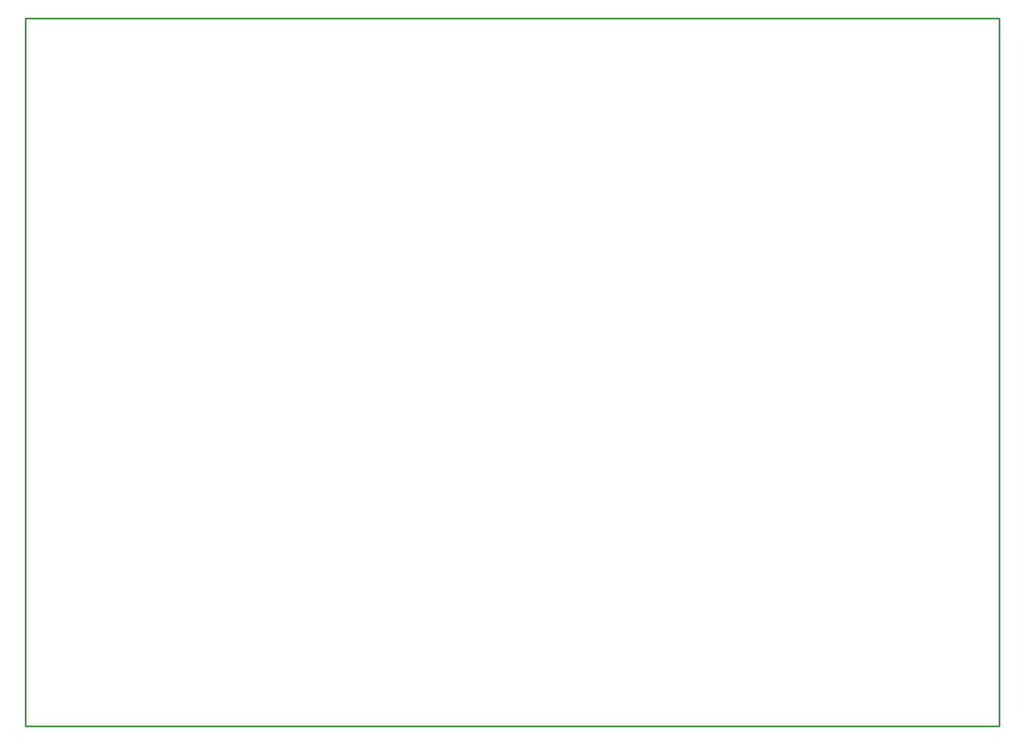
<source format=gko>
G04 Layer_Color=16711935*
%FSLAX23Y23*%
%MOIN*%
G70*
G01*
G75*
%ADD24C,0.010*%
D24*
X1500Y1000D02*
X7000D01*
Y5000D01*
X1500D02*
X7000D01*
X1500Y1000D02*
Y5000D01*
M02*

</source>
